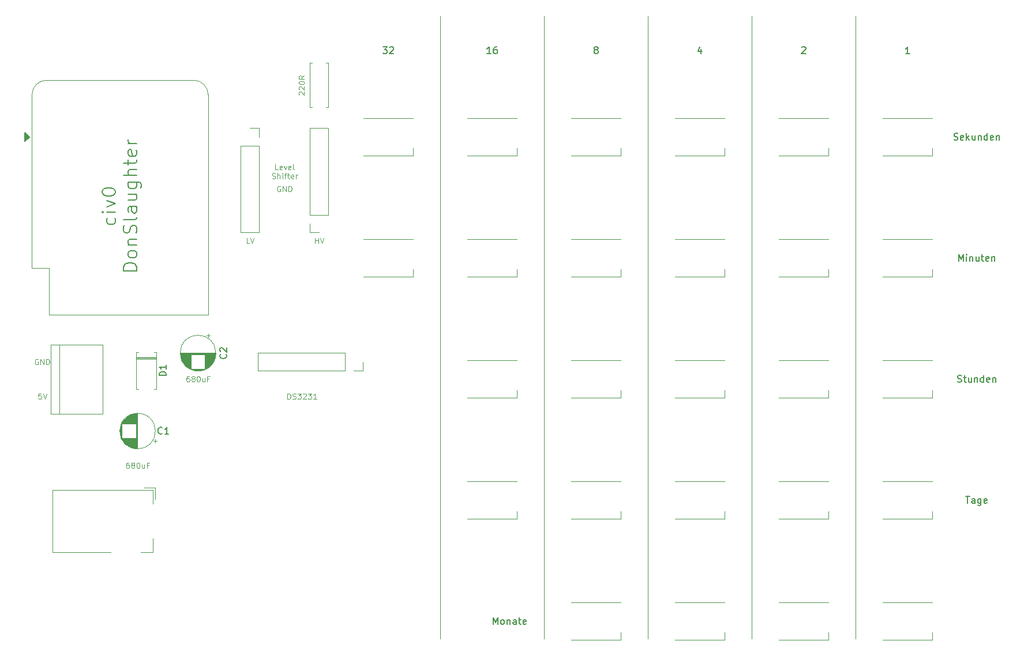
<source format=gto>
%TF.GenerationSoftware,KiCad,Pcbnew,5.1.10*%
%TF.CreationDate,2021-10-31T13:45:51+01:00*%
%TF.ProjectId,binaryclock,62696e61-7279-4636-9c6f-636b2e6b6963,rev?*%
%TF.SameCoordinates,Original*%
%TF.FileFunction,Legend,Top*%
%TF.FilePolarity,Positive*%
%FSLAX46Y46*%
G04 Gerber Fmt 4.6, Leading zero omitted, Abs format (unit mm)*
G04 Created by KiCad (PCBNEW 5.1.10) date 2021-10-31 13:45:51*
%MOMM*%
%LPD*%
G01*
G04 APERTURE LIST*
%ADD10C,0.100000*%
%ADD11C,0.150000*%
%ADD12C,0.120000*%
%ADD13O,1.700000X1.700000*%
%ADD14C,1.700000*%
%ADD15C,1.600000*%
%ADD16R,1.600000X1.600000*%
%ADD17R,1.800000X1.800000*%
%ADD18O,1.800000X1.800000*%
%ADD19R,1.500000X1.000000*%
%ADD20O,4.000000X1.800000*%
%ADD21O,1.800000X4.000000*%
%ADD22R,1.800000X4.400000*%
%ADD23C,3.000000*%
%ADD24R,3.000000X3.000000*%
%ADD25O,1.600000X1.600000*%
%ADD26O,2.000000X1.600000*%
%ADD27R,2.000000X2.000000*%
G04 APERTURE END LIST*
D10*
X50820601Y-101161904D02*
X50668220Y-101161904D01*
X50592029Y-101200000D01*
X50553934Y-101238095D01*
X50477744Y-101352380D01*
X50439648Y-101504761D01*
X50439648Y-101809523D01*
X50477744Y-101885714D01*
X50515839Y-101923809D01*
X50592029Y-101961904D01*
X50744410Y-101961904D01*
X50820601Y-101923809D01*
X50858696Y-101885714D01*
X50896791Y-101809523D01*
X50896791Y-101619047D01*
X50858696Y-101542857D01*
X50820601Y-101504761D01*
X50744410Y-101466666D01*
X50592029Y-101466666D01*
X50515839Y-101504761D01*
X50477744Y-101542857D01*
X50439648Y-101619047D01*
X51353934Y-101504761D02*
X51277744Y-101466666D01*
X51239648Y-101428571D01*
X51201553Y-101352380D01*
X51201553Y-101314285D01*
X51239648Y-101238095D01*
X51277744Y-101200000D01*
X51353934Y-101161904D01*
X51506315Y-101161904D01*
X51582506Y-101200000D01*
X51620601Y-101238095D01*
X51658696Y-101314285D01*
X51658696Y-101352380D01*
X51620601Y-101428571D01*
X51582506Y-101466666D01*
X51506315Y-101504761D01*
X51353934Y-101504761D01*
X51277744Y-101542857D01*
X51239648Y-101580952D01*
X51201553Y-101657142D01*
X51201553Y-101809523D01*
X51239648Y-101885714D01*
X51277744Y-101923809D01*
X51353934Y-101961904D01*
X51506315Y-101961904D01*
X51582506Y-101923809D01*
X51620601Y-101885714D01*
X51658696Y-101809523D01*
X51658696Y-101657142D01*
X51620601Y-101580952D01*
X51582506Y-101542857D01*
X51506315Y-101504761D01*
X52153934Y-101161904D02*
X52230125Y-101161904D01*
X52306315Y-101200000D01*
X52344410Y-101238095D01*
X52382506Y-101314285D01*
X52420601Y-101466666D01*
X52420601Y-101657142D01*
X52382506Y-101809523D01*
X52344410Y-101885714D01*
X52306315Y-101923809D01*
X52230125Y-101961904D01*
X52153934Y-101961904D01*
X52077744Y-101923809D01*
X52039648Y-101885714D01*
X52001553Y-101809523D01*
X51963458Y-101657142D01*
X51963458Y-101466666D01*
X52001553Y-101314285D01*
X52039648Y-101238095D01*
X52077744Y-101200000D01*
X52153934Y-101161904D01*
X53106315Y-101428571D02*
X53106315Y-101961904D01*
X52763458Y-101428571D02*
X52763458Y-101847619D01*
X52801553Y-101923809D01*
X52877744Y-101961904D01*
X52992029Y-101961904D01*
X53068220Y-101923809D01*
X53106315Y-101885714D01*
X53753934Y-101542857D02*
X53487267Y-101542857D01*
X53487267Y-101961904D02*
X53487267Y-101161904D01*
X53868220Y-101161904D01*
X59645714Y-88461904D02*
X59493333Y-88461904D01*
X59417142Y-88500000D01*
X59379047Y-88538095D01*
X59302857Y-88652380D01*
X59264761Y-88804761D01*
X59264761Y-89109523D01*
X59302857Y-89185714D01*
X59340952Y-89223809D01*
X59417142Y-89261904D01*
X59569523Y-89261904D01*
X59645714Y-89223809D01*
X59683809Y-89185714D01*
X59721904Y-89109523D01*
X59721904Y-88919047D01*
X59683809Y-88842857D01*
X59645714Y-88804761D01*
X59569523Y-88766666D01*
X59417142Y-88766666D01*
X59340952Y-88804761D01*
X59302857Y-88842857D01*
X59264761Y-88919047D01*
X60179047Y-88804761D02*
X60102857Y-88766666D01*
X60064761Y-88728571D01*
X60026666Y-88652380D01*
X60026666Y-88614285D01*
X60064761Y-88538095D01*
X60102857Y-88500000D01*
X60179047Y-88461904D01*
X60331428Y-88461904D01*
X60407619Y-88500000D01*
X60445714Y-88538095D01*
X60483809Y-88614285D01*
X60483809Y-88652380D01*
X60445714Y-88728571D01*
X60407619Y-88766666D01*
X60331428Y-88804761D01*
X60179047Y-88804761D01*
X60102857Y-88842857D01*
X60064761Y-88880952D01*
X60026666Y-88957142D01*
X60026666Y-89109523D01*
X60064761Y-89185714D01*
X60102857Y-89223809D01*
X60179047Y-89261904D01*
X60331428Y-89261904D01*
X60407619Y-89223809D01*
X60445714Y-89185714D01*
X60483809Y-89109523D01*
X60483809Y-88957142D01*
X60445714Y-88880952D01*
X60407619Y-88842857D01*
X60331428Y-88804761D01*
X60979047Y-88461904D02*
X61055238Y-88461904D01*
X61131428Y-88500000D01*
X61169523Y-88538095D01*
X61207619Y-88614285D01*
X61245714Y-88766666D01*
X61245714Y-88957142D01*
X61207619Y-89109523D01*
X61169523Y-89185714D01*
X61131428Y-89223809D01*
X61055238Y-89261904D01*
X60979047Y-89261904D01*
X60902857Y-89223809D01*
X60864761Y-89185714D01*
X60826666Y-89109523D01*
X60788571Y-88957142D01*
X60788571Y-88766666D01*
X60826666Y-88614285D01*
X60864761Y-88538095D01*
X60902857Y-88500000D01*
X60979047Y-88461904D01*
X61931428Y-88728571D02*
X61931428Y-89261904D01*
X61588571Y-88728571D02*
X61588571Y-89147619D01*
X61626666Y-89223809D01*
X61702857Y-89261904D01*
X61817142Y-89261904D01*
X61893333Y-89223809D01*
X61931428Y-89185714D01*
X62579047Y-88842857D02*
X62312380Y-88842857D01*
X62312380Y-89261904D02*
X62312380Y-88461904D01*
X62693333Y-88461904D01*
X75838095Y-47110476D02*
X75800000Y-47072380D01*
X75761904Y-46996190D01*
X75761904Y-46805714D01*
X75800000Y-46729523D01*
X75838095Y-46691428D01*
X75914285Y-46653333D01*
X75990476Y-46653333D01*
X76104761Y-46691428D01*
X76561904Y-47148571D01*
X76561904Y-46653333D01*
X75838095Y-46348571D02*
X75800000Y-46310476D01*
X75761904Y-46234285D01*
X75761904Y-46043809D01*
X75800000Y-45967619D01*
X75838095Y-45929523D01*
X75914285Y-45891428D01*
X75990476Y-45891428D01*
X76104761Y-45929523D01*
X76561904Y-46386666D01*
X76561904Y-45891428D01*
X75761904Y-45396190D02*
X75761904Y-45320000D01*
X75800000Y-45243809D01*
X75838095Y-45205714D01*
X75914285Y-45167619D01*
X76066666Y-45129523D01*
X76257142Y-45129523D01*
X76409523Y-45167619D01*
X76485714Y-45205714D01*
X76523809Y-45243809D01*
X76561904Y-45320000D01*
X76561904Y-45396190D01*
X76523809Y-45472380D01*
X76485714Y-45510476D01*
X76409523Y-45548571D01*
X76257142Y-45586666D01*
X76066666Y-45586666D01*
X75914285Y-45548571D01*
X75838095Y-45510476D01*
X75800000Y-45472380D01*
X75761904Y-45396190D01*
X76561904Y-44329523D02*
X76180952Y-44596190D01*
X76561904Y-44786666D02*
X75761904Y-44786666D01*
X75761904Y-44481904D01*
X75800000Y-44405714D01*
X75838095Y-44367619D01*
X75914285Y-44329523D01*
X76028571Y-44329523D01*
X76104761Y-44367619D01*
X76142857Y-44405714D01*
X76180952Y-44481904D01*
X76180952Y-44786666D01*
X37490476Y-85960000D02*
X37414285Y-85921904D01*
X37300000Y-85921904D01*
X37185714Y-85960000D01*
X37109523Y-86036190D01*
X37071428Y-86112380D01*
X37033333Y-86264761D01*
X37033333Y-86379047D01*
X37071428Y-86531428D01*
X37109523Y-86607619D01*
X37185714Y-86683809D01*
X37300000Y-86721904D01*
X37376190Y-86721904D01*
X37490476Y-86683809D01*
X37528571Y-86645714D01*
X37528571Y-86379047D01*
X37376190Y-86379047D01*
X37871428Y-86721904D02*
X37871428Y-85921904D01*
X38328571Y-86721904D01*
X38328571Y-85921904D01*
X38709523Y-86721904D02*
X38709523Y-85921904D01*
X38900000Y-85921904D01*
X39014285Y-85960000D01*
X39090476Y-86036190D01*
X39128571Y-86112380D01*
X39166666Y-86264761D01*
X39166666Y-86379047D01*
X39128571Y-86531428D01*
X39090476Y-86607619D01*
X39014285Y-86683809D01*
X38900000Y-86721904D01*
X38709523Y-86721904D01*
X37947619Y-91001904D02*
X37566666Y-91001904D01*
X37528571Y-91382857D01*
X37566666Y-91344761D01*
X37642857Y-91306666D01*
X37833333Y-91306666D01*
X37909523Y-91344761D01*
X37947619Y-91382857D01*
X37985714Y-91459047D01*
X37985714Y-91649523D01*
X37947619Y-91725714D01*
X37909523Y-91763809D01*
X37833333Y-91801904D01*
X37642857Y-91801904D01*
X37566666Y-91763809D01*
X37528571Y-91725714D01*
X38214285Y-91001904D02*
X38480952Y-91801904D01*
X38747619Y-91001904D01*
X73050476Y-60560000D02*
X72974285Y-60521904D01*
X72860000Y-60521904D01*
X72745714Y-60560000D01*
X72669523Y-60636190D01*
X72631428Y-60712380D01*
X72593333Y-60864761D01*
X72593333Y-60979047D01*
X72631428Y-61131428D01*
X72669523Y-61207619D01*
X72745714Y-61283809D01*
X72860000Y-61321904D01*
X72936190Y-61321904D01*
X73050476Y-61283809D01*
X73088571Y-61245714D01*
X73088571Y-60979047D01*
X72936190Y-60979047D01*
X73431428Y-61321904D02*
X73431428Y-60521904D01*
X73888571Y-61321904D01*
X73888571Y-60521904D01*
X74269523Y-61321904D02*
X74269523Y-60521904D01*
X74460000Y-60521904D01*
X74574285Y-60560000D01*
X74650476Y-60636190D01*
X74688571Y-60712380D01*
X74726666Y-60864761D01*
X74726666Y-60979047D01*
X74688571Y-61131428D01*
X74650476Y-61207619D01*
X74574285Y-61283809D01*
X74460000Y-61321904D01*
X74269523Y-61321904D01*
X78168571Y-68941904D02*
X78168571Y-68141904D01*
X78168571Y-68522857D02*
X78625714Y-68522857D01*
X78625714Y-68941904D02*
X78625714Y-68141904D01*
X78892380Y-68141904D02*
X79159047Y-68941904D01*
X79425714Y-68141904D01*
X68484761Y-68941904D02*
X68103809Y-68941904D01*
X68103809Y-68141904D01*
X68637142Y-68141904D02*
X68903809Y-68941904D01*
X69170476Y-68141904D01*
X72707619Y-58131904D02*
X72326666Y-58131904D01*
X72326666Y-57331904D01*
X73279047Y-58093809D02*
X73202857Y-58131904D01*
X73050476Y-58131904D01*
X72974285Y-58093809D01*
X72936190Y-58017619D01*
X72936190Y-57712857D01*
X72974285Y-57636666D01*
X73050476Y-57598571D01*
X73202857Y-57598571D01*
X73279047Y-57636666D01*
X73317142Y-57712857D01*
X73317142Y-57789047D01*
X72936190Y-57865238D01*
X73583809Y-57598571D02*
X73774285Y-58131904D01*
X73964761Y-57598571D01*
X74574285Y-58093809D02*
X74498095Y-58131904D01*
X74345714Y-58131904D01*
X74269523Y-58093809D01*
X74231428Y-58017619D01*
X74231428Y-57712857D01*
X74269523Y-57636666D01*
X74345714Y-57598571D01*
X74498095Y-57598571D01*
X74574285Y-57636666D01*
X74612380Y-57712857D01*
X74612380Y-57789047D01*
X74231428Y-57865238D01*
X75069523Y-58131904D02*
X74993333Y-58093809D01*
X74955238Y-58017619D01*
X74955238Y-57331904D01*
X71831428Y-59393809D02*
X71945714Y-59431904D01*
X72136190Y-59431904D01*
X72212380Y-59393809D01*
X72250476Y-59355714D01*
X72288571Y-59279523D01*
X72288571Y-59203333D01*
X72250476Y-59127142D01*
X72212380Y-59089047D01*
X72136190Y-59050952D01*
X71983809Y-59012857D01*
X71907619Y-58974761D01*
X71869523Y-58936666D01*
X71831428Y-58860476D01*
X71831428Y-58784285D01*
X71869523Y-58708095D01*
X71907619Y-58670000D01*
X71983809Y-58631904D01*
X72174285Y-58631904D01*
X72288571Y-58670000D01*
X72631428Y-59431904D02*
X72631428Y-58631904D01*
X72974285Y-59431904D02*
X72974285Y-59012857D01*
X72936190Y-58936666D01*
X72860000Y-58898571D01*
X72745714Y-58898571D01*
X72669523Y-58936666D01*
X72631428Y-58974761D01*
X73355238Y-59431904D02*
X73355238Y-58898571D01*
X73355238Y-58631904D02*
X73317142Y-58670000D01*
X73355238Y-58708095D01*
X73393333Y-58670000D01*
X73355238Y-58631904D01*
X73355238Y-58708095D01*
X73621904Y-58898571D02*
X73926666Y-58898571D01*
X73736190Y-59431904D02*
X73736190Y-58746190D01*
X73774285Y-58670000D01*
X73850476Y-58631904D01*
X73926666Y-58631904D01*
X74079047Y-58898571D02*
X74383809Y-58898571D01*
X74193333Y-58631904D02*
X74193333Y-59317619D01*
X74231428Y-59393809D01*
X74307619Y-59431904D01*
X74383809Y-59431904D01*
X74955238Y-59393809D02*
X74879047Y-59431904D01*
X74726666Y-59431904D01*
X74650476Y-59393809D01*
X74612380Y-59317619D01*
X74612380Y-59012857D01*
X74650476Y-58936666D01*
X74726666Y-58898571D01*
X74879047Y-58898571D01*
X74955238Y-58936666D01*
X74993333Y-59012857D01*
X74993333Y-59089047D01*
X74612380Y-59165238D01*
X75336190Y-59431904D02*
X75336190Y-58898571D01*
X75336190Y-59050952D02*
X75374285Y-58974761D01*
X75412380Y-58936666D01*
X75488571Y-58898571D01*
X75564761Y-58898571D01*
X74085714Y-91801904D02*
X74085714Y-91001904D01*
X74276190Y-91001904D01*
X74390476Y-91040000D01*
X74466666Y-91116190D01*
X74504761Y-91192380D01*
X74542857Y-91344761D01*
X74542857Y-91459047D01*
X74504761Y-91611428D01*
X74466666Y-91687619D01*
X74390476Y-91763809D01*
X74276190Y-91801904D01*
X74085714Y-91801904D01*
X74847619Y-91763809D02*
X74961904Y-91801904D01*
X75152380Y-91801904D01*
X75228571Y-91763809D01*
X75266666Y-91725714D01*
X75304761Y-91649523D01*
X75304761Y-91573333D01*
X75266666Y-91497142D01*
X75228571Y-91459047D01*
X75152380Y-91420952D01*
X75000000Y-91382857D01*
X74923809Y-91344761D01*
X74885714Y-91306666D01*
X74847619Y-91230476D01*
X74847619Y-91154285D01*
X74885714Y-91078095D01*
X74923809Y-91040000D01*
X75000000Y-91001904D01*
X75190476Y-91001904D01*
X75304761Y-91040000D01*
X75571428Y-91001904D02*
X76066666Y-91001904D01*
X75800000Y-91306666D01*
X75914285Y-91306666D01*
X75990476Y-91344761D01*
X76028571Y-91382857D01*
X76066666Y-91459047D01*
X76066666Y-91649523D01*
X76028571Y-91725714D01*
X75990476Y-91763809D01*
X75914285Y-91801904D01*
X75685714Y-91801904D01*
X75609523Y-91763809D01*
X75571428Y-91725714D01*
X76371428Y-91078095D02*
X76409523Y-91040000D01*
X76485714Y-91001904D01*
X76676190Y-91001904D01*
X76752380Y-91040000D01*
X76790476Y-91078095D01*
X76828571Y-91154285D01*
X76828571Y-91230476D01*
X76790476Y-91344761D01*
X76333333Y-91801904D01*
X76828571Y-91801904D01*
X77095238Y-91001904D02*
X77590476Y-91001904D01*
X77323809Y-91306666D01*
X77438095Y-91306666D01*
X77514285Y-91344761D01*
X77552380Y-91382857D01*
X77590476Y-91459047D01*
X77590476Y-91649523D01*
X77552380Y-91725714D01*
X77514285Y-91763809D01*
X77438095Y-91801904D01*
X77209523Y-91801904D01*
X77133333Y-91763809D01*
X77095238Y-91725714D01*
X78352380Y-91801904D02*
X77895238Y-91801904D01*
X78123809Y-91801904D02*
X78123809Y-91001904D01*
X78047619Y-91116190D01*
X77971428Y-91192380D01*
X77895238Y-91230476D01*
D11*
X48764523Y-65214285D02*
X48859761Y-65404761D01*
X48859761Y-65785714D01*
X48764523Y-65976190D01*
X48669285Y-66071428D01*
X48478809Y-66166666D01*
X47907380Y-66166666D01*
X47716904Y-66071428D01*
X47621666Y-65976190D01*
X47526428Y-65785714D01*
X47526428Y-65404761D01*
X47621666Y-65214285D01*
X48859761Y-64357142D02*
X47526428Y-64357142D01*
X46859761Y-64357142D02*
X46955000Y-64452380D01*
X47050238Y-64357142D01*
X46955000Y-64261904D01*
X46859761Y-64357142D01*
X47050238Y-64357142D01*
X47526428Y-63595238D02*
X48859761Y-63119047D01*
X47526428Y-62642857D01*
X46859761Y-61500000D02*
X46859761Y-61309523D01*
X46955000Y-61119047D01*
X47050238Y-61023809D01*
X47240714Y-60928571D01*
X47621666Y-60833333D01*
X48097857Y-60833333D01*
X48478809Y-60928571D01*
X48669285Y-61023809D01*
X48764523Y-61119047D01*
X48859761Y-61309523D01*
X48859761Y-61500000D01*
X48764523Y-61690476D01*
X48669285Y-61785714D01*
X48478809Y-61880952D01*
X48097857Y-61976190D01*
X47621666Y-61976190D01*
X47240714Y-61880952D01*
X47050238Y-61785714D01*
X46955000Y-61690476D01*
X46859761Y-61500000D01*
X52009761Y-72976190D02*
X50009761Y-72976190D01*
X50009761Y-72500000D01*
X50105000Y-72214285D01*
X50295476Y-72023809D01*
X50485952Y-71928571D01*
X50866904Y-71833333D01*
X51152619Y-71833333D01*
X51533571Y-71928571D01*
X51724047Y-72023809D01*
X51914523Y-72214285D01*
X52009761Y-72500000D01*
X52009761Y-72976190D01*
X52009761Y-70690476D02*
X51914523Y-70880952D01*
X51819285Y-70976190D01*
X51628809Y-71071428D01*
X51057380Y-71071428D01*
X50866904Y-70976190D01*
X50771666Y-70880952D01*
X50676428Y-70690476D01*
X50676428Y-70404761D01*
X50771666Y-70214285D01*
X50866904Y-70119047D01*
X51057380Y-70023809D01*
X51628809Y-70023809D01*
X51819285Y-70119047D01*
X51914523Y-70214285D01*
X52009761Y-70404761D01*
X52009761Y-70690476D01*
X50676428Y-69166666D02*
X52009761Y-69166666D01*
X50866904Y-69166666D02*
X50771666Y-69071428D01*
X50676428Y-68880952D01*
X50676428Y-68595238D01*
X50771666Y-68404761D01*
X50962142Y-68309523D01*
X52009761Y-68309523D01*
X51914523Y-67452380D02*
X52009761Y-67166666D01*
X52009761Y-66690476D01*
X51914523Y-66500000D01*
X51819285Y-66404761D01*
X51628809Y-66309523D01*
X51438333Y-66309523D01*
X51247857Y-66404761D01*
X51152619Y-66500000D01*
X51057380Y-66690476D01*
X50962142Y-67071428D01*
X50866904Y-67261904D01*
X50771666Y-67357142D01*
X50581190Y-67452380D01*
X50390714Y-67452380D01*
X50200238Y-67357142D01*
X50105000Y-67261904D01*
X50009761Y-67071428D01*
X50009761Y-66595238D01*
X50105000Y-66309523D01*
X52009761Y-65166666D02*
X51914523Y-65357142D01*
X51724047Y-65452380D01*
X50009761Y-65452380D01*
X52009761Y-63547619D02*
X50962142Y-63547619D01*
X50771666Y-63642857D01*
X50676428Y-63833333D01*
X50676428Y-64214285D01*
X50771666Y-64404761D01*
X51914523Y-63547619D02*
X52009761Y-63738095D01*
X52009761Y-64214285D01*
X51914523Y-64404761D01*
X51724047Y-64500000D01*
X51533571Y-64500000D01*
X51343095Y-64404761D01*
X51247857Y-64214285D01*
X51247857Y-63738095D01*
X51152619Y-63547619D01*
X50676428Y-61738095D02*
X52009761Y-61738095D01*
X50676428Y-62595238D02*
X51724047Y-62595238D01*
X51914523Y-62500000D01*
X52009761Y-62309523D01*
X52009761Y-62023809D01*
X51914523Y-61833333D01*
X51819285Y-61738095D01*
X50676428Y-59928571D02*
X52295476Y-59928571D01*
X52485952Y-60023809D01*
X52581190Y-60119047D01*
X52676428Y-60309523D01*
X52676428Y-60595238D01*
X52581190Y-60785714D01*
X51914523Y-59928571D02*
X52009761Y-60119047D01*
X52009761Y-60500000D01*
X51914523Y-60690476D01*
X51819285Y-60785714D01*
X51628809Y-60880952D01*
X51057380Y-60880952D01*
X50866904Y-60785714D01*
X50771666Y-60690476D01*
X50676428Y-60500000D01*
X50676428Y-60119047D01*
X50771666Y-59928571D01*
X52009761Y-58976190D02*
X50009761Y-58976190D01*
X52009761Y-58119047D02*
X50962142Y-58119047D01*
X50771666Y-58214285D01*
X50676428Y-58404761D01*
X50676428Y-58690476D01*
X50771666Y-58880952D01*
X50866904Y-58976190D01*
X50676428Y-57452380D02*
X50676428Y-56690476D01*
X50009761Y-57166666D02*
X51724047Y-57166666D01*
X51914523Y-57071428D01*
X52009761Y-56880952D01*
X52009761Y-56690476D01*
X51914523Y-55261904D02*
X52009761Y-55452380D01*
X52009761Y-55833333D01*
X51914523Y-56023809D01*
X51724047Y-56119047D01*
X50962142Y-56119047D01*
X50771666Y-56023809D01*
X50676428Y-55833333D01*
X50676428Y-55452380D01*
X50771666Y-55261904D01*
X50962142Y-55166666D01*
X51152619Y-55166666D01*
X51343095Y-56119047D01*
X52009761Y-54309523D02*
X50676428Y-54309523D01*
X51057380Y-54309523D02*
X50866904Y-54214285D01*
X50771666Y-54119047D01*
X50676428Y-53928571D01*
X50676428Y-53738095D01*
X88090476Y-40092380D02*
X88709523Y-40092380D01*
X88376190Y-40473333D01*
X88519047Y-40473333D01*
X88614285Y-40520952D01*
X88661904Y-40568571D01*
X88709523Y-40663809D01*
X88709523Y-40901904D01*
X88661904Y-40997142D01*
X88614285Y-41044761D01*
X88519047Y-41092380D01*
X88233333Y-41092380D01*
X88138095Y-41044761D01*
X88090476Y-40997142D01*
X89090476Y-40187619D02*
X89138095Y-40140000D01*
X89233333Y-40092380D01*
X89471428Y-40092380D01*
X89566666Y-40140000D01*
X89614285Y-40187619D01*
X89661904Y-40282857D01*
X89661904Y-40378095D01*
X89614285Y-40520952D01*
X89042857Y-41092380D01*
X89661904Y-41092380D01*
X103949523Y-41092380D02*
X103378095Y-41092380D01*
X103663809Y-41092380D02*
X103663809Y-40092380D01*
X103568571Y-40235238D01*
X103473333Y-40330476D01*
X103378095Y-40378095D01*
X104806666Y-40092380D02*
X104616190Y-40092380D01*
X104520952Y-40140000D01*
X104473333Y-40187619D01*
X104378095Y-40330476D01*
X104330476Y-40520952D01*
X104330476Y-40901904D01*
X104378095Y-40997142D01*
X104425714Y-41044761D01*
X104520952Y-41092380D01*
X104711428Y-41092380D01*
X104806666Y-41044761D01*
X104854285Y-40997142D01*
X104901904Y-40901904D01*
X104901904Y-40663809D01*
X104854285Y-40568571D01*
X104806666Y-40520952D01*
X104711428Y-40473333D01*
X104520952Y-40473333D01*
X104425714Y-40520952D01*
X104378095Y-40568571D01*
X104330476Y-40663809D01*
X119284761Y-40520952D02*
X119189523Y-40473333D01*
X119141904Y-40425714D01*
X119094285Y-40330476D01*
X119094285Y-40282857D01*
X119141904Y-40187619D01*
X119189523Y-40140000D01*
X119284761Y-40092380D01*
X119475238Y-40092380D01*
X119570476Y-40140000D01*
X119618095Y-40187619D01*
X119665714Y-40282857D01*
X119665714Y-40330476D01*
X119618095Y-40425714D01*
X119570476Y-40473333D01*
X119475238Y-40520952D01*
X119284761Y-40520952D01*
X119189523Y-40568571D01*
X119141904Y-40616190D01*
X119094285Y-40711428D01*
X119094285Y-40901904D01*
X119141904Y-40997142D01*
X119189523Y-41044761D01*
X119284761Y-41092380D01*
X119475238Y-41092380D01*
X119570476Y-41044761D01*
X119618095Y-40997142D01*
X119665714Y-40901904D01*
X119665714Y-40711428D01*
X119618095Y-40616190D01*
X119570476Y-40568571D01*
X119475238Y-40520952D01*
X134810476Y-40425714D02*
X134810476Y-41092380D01*
X134572380Y-40044761D02*
X134334285Y-40759047D01*
X134953333Y-40759047D01*
X149574285Y-40187619D02*
X149621904Y-40140000D01*
X149717142Y-40092380D01*
X149955238Y-40092380D01*
X150050476Y-40140000D01*
X150098095Y-40187619D01*
X150145714Y-40282857D01*
X150145714Y-40378095D01*
X150098095Y-40520952D01*
X149526666Y-41092380D01*
X150145714Y-41092380D01*
X165385714Y-41092380D02*
X164814285Y-41092380D01*
X165100000Y-41092380D02*
X165100000Y-40092380D01*
X165004761Y-40235238D01*
X164909523Y-40330476D01*
X164814285Y-40378095D01*
D12*
X96520000Y-35560000D02*
X96520000Y-127000000D01*
X111760000Y-35560000D02*
X111760000Y-127000000D01*
X127000000Y-35560000D02*
X127000000Y-43180000D01*
X142240000Y-43180000D02*
X142240000Y-35560000D01*
X157480000Y-43180000D02*
X157480000Y-35560000D01*
X127000000Y-127000000D02*
X127000000Y-43180000D01*
X142240000Y-43180000D02*
X142240000Y-127000000D01*
X157480000Y-127000000D02*
X157480000Y-43180000D01*
D11*
X104275238Y-124912380D02*
X104275238Y-123912380D01*
X104608571Y-124626666D01*
X104941904Y-123912380D01*
X104941904Y-124912380D01*
X105560952Y-124912380D02*
X105465714Y-124864761D01*
X105418095Y-124817142D01*
X105370476Y-124721904D01*
X105370476Y-124436190D01*
X105418095Y-124340952D01*
X105465714Y-124293333D01*
X105560952Y-124245714D01*
X105703809Y-124245714D01*
X105799047Y-124293333D01*
X105846666Y-124340952D01*
X105894285Y-124436190D01*
X105894285Y-124721904D01*
X105846666Y-124817142D01*
X105799047Y-124864761D01*
X105703809Y-124912380D01*
X105560952Y-124912380D01*
X106322857Y-124245714D02*
X106322857Y-124912380D01*
X106322857Y-124340952D02*
X106370476Y-124293333D01*
X106465714Y-124245714D01*
X106608571Y-124245714D01*
X106703809Y-124293333D01*
X106751428Y-124388571D01*
X106751428Y-124912380D01*
X107656190Y-124912380D02*
X107656190Y-124388571D01*
X107608571Y-124293333D01*
X107513333Y-124245714D01*
X107322857Y-124245714D01*
X107227619Y-124293333D01*
X107656190Y-124864761D02*
X107560952Y-124912380D01*
X107322857Y-124912380D01*
X107227619Y-124864761D01*
X107180000Y-124769523D01*
X107180000Y-124674285D01*
X107227619Y-124579047D01*
X107322857Y-124531428D01*
X107560952Y-124531428D01*
X107656190Y-124483809D01*
X107989523Y-124245714D02*
X108370476Y-124245714D01*
X108132380Y-123912380D02*
X108132380Y-124769523D01*
X108180000Y-124864761D01*
X108275238Y-124912380D01*
X108370476Y-124912380D01*
X109084761Y-124864761D02*
X108989523Y-124912380D01*
X108799047Y-124912380D01*
X108703809Y-124864761D01*
X108656190Y-124769523D01*
X108656190Y-124388571D01*
X108703809Y-124293333D01*
X108799047Y-124245714D01*
X108989523Y-124245714D01*
X109084761Y-124293333D01*
X109132380Y-124388571D01*
X109132380Y-124483809D01*
X108656190Y-124579047D01*
X173640952Y-106132380D02*
X174212380Y-106132380D01*
X173926666Y-107132380D02*
X173926666Y-106132380D01*
X174974285Y-107132380D02*
X174974285Y-106608571D01*
X174926666Y-106513333D01*
X174831428Y-106465714D01*
X174640952Y-106465714D01*
X174545714Y-106513333D01*
X174974285Y-107084761D02*
X174879047Y-107132380D01*
X174640952Y-107132380D01*
X174545714Y-107084761D01*
X174498095Y-106989523D01*
X174498095Y-106894285D01*
X174545714Y-106799047D01*
X174640952Y-106751428D01*
X174879047Y-106751428D01*
X174974285Y-106703809D01*
X175879047Y-106465714D02*
X175879047Y-107275238D01*
X175831428Y-107370476D01*
X175783809Y-107418095D01*
X175688571Y-107465714D01*
X175545714Y-107465714D01*
X175450476Y-107418095D01*
X175879047Y-107084761D02*
X175783809Y-107132380D01*
X175593333Y-107132380D01*
X175498095Y-107084761D01*
X175450476Y-107037142D01*
X175402857Y-106941904D01*
X175402857Y-106656190D01*
X175450476Y-106560952D01*
X175498095Y-106513333D01*
X175593333Y-106465714D01*
X175783809Y-106465714D01*
X175879047Y-106513333D01*
X176736190Y-107084761D02*
X176640952Y-107132380D01*
X176450476Y-107132380D01*
X176355238Y-107084761D01*
X176307619Y-106989523D01*
X176307619Y-106608571D01*
X176355238Y-106513333D01*
X176450476Y-106465714D01*
X176640952Y-106465714D01*
X176736190Y-106513333D01*
X176783809Y-106608571D01*
X176783809Y-106703809D01*
X176307619Y-106799047D01*
X172450476Y-89304761D02*
X172593333Y-89352380D01*
X172831428Y-89352380D01*
X172926666Y-89304761D01*
X172974285Y-89257142D01*
X173021904Y-89161904D01*
X173021904Y-89066666D01*
X172974285Y-88971428D01*
X172926666Y-88923809D01*
X172831428Y-88876190D01*
X172640952Y-88828571D01*
X172545714Y-88780952D01*
X172498095Y-88733333D01*
X172450476Y-88638095D01*
X172450476Y-88542857D01*
X172498095Y-88447619D01*
X172545714Y-88400000D01*
X172640952Y-88352380D01*
X172879047Y-88352380D01*
X173021904Y-88400000D01*
X173307619Y-88685714D02*
X173688571Y-88685714D01*
X173450476Y-88352380D02*
X173450476Y-89209523D01*
X173498095Y-89304761D01*
X173593333Y-89352380D01*
X173688571Y-89352380D01*
X174450476Y-88685714D02*
X174450476Y-89352380D01*
X174021904Y-88685714D02*
X174021904Y-89209523D01*
X174069523Y-89304761D01*
X174164761Y-89352380D01*
X174307619Y-89352380D01*
X174402857Y-89304761D01*
X174450476Y-89257142D01*
X174926666Y-88685714D02*
X174926666Y-89352380D01*
X174926666Y-88780952D02*
X174974285Y-88733333D01*
X175069523Y-88685714D01*
X175212380Y-88685714D01*
X175307619Y-88733333D01*
X175355238Y-88828571D01*
X175355238Y-89352380D01*
X176260000Y-89352380D02*
X176260000Y-88352380D01*
X176260000Y-89304761D02*
X176164761Y-89352380D01*
X175974285Y-89352380D01*
X175879047Y-89304761D01*
X175831428Y-89257142D01*
X175783809Y-89161904D01*
X175783809Y-88876190D01*
X175831428Y-88780952D01*
X175879047Y-88733333D01*
X175974285Y-88685714D01*
X176164761Y-88685714D01*
X176260000Y-88733333D01*
X177117142Y-89304761D02*
X177021904Y-89352380D01*
X176831428Y-89352380D01*
X176736190Y-89304761D01*
X176688571Y-89209523D01*
X176688571Y-88828571D01*
X176736190Y-88733333D01*
X176831428Y-88685714D01*
X177021904Y-88685714D01*
X177117142Y-88733333D01*
X177164761Y-88828571D01*
X177164761Y-88923809D01*
X176688571Y-89019047D01*
X177593333Y-88685714D02*
X177593333Y-89352380D01*
X177593333Y-88780952D02*
X177640952Y-88733333D01*
X177736190Y-88685714D01*
X177879047Y-88685714D01*
X177974285Y-88733333D01*
X178021904Y-88828571D01*
X178021904Y-89352380D01*
X172617142Y-71572380D02*
X172617142Y-70572380D01*
X172950476Y-71286666D01*
X173283809Y-70572380D01*
X173283809Y-71572380D01*
X173760000Y-71572380D02*
X173760000Y-70905714D01*
X173760000Y-70572380D02*
X173712380Y-70620000D01*
X173760000Y-70667619D01*
X173807619Y-70620000D01*
X173760000Y-70572380D01*
X173760000Y-70667619D01*
X174236190Y-70905714D02*
X174236190Y-71572380D01*
X174236190Y-71000952D02*
X174283809Y-70953333D01*
X174379047Y-70905714D01*
X174521904Y-70905714D01*
X174617142Y-70953333D01*
X174664761Y-71048571D01*
X174664761Y-71572380D01*
X175569523Y-70905714D02*
X175569523Y-71572380D01*
X175140952Y-70905714D02*
X175140952Y-71429523D01*
X175188571Y-71524761D01*
X175283809Y-71572380D01*
X175426666Y-71572380D01*
X175521904Y-71524761D01*
X175569523Y-71477142D01*
X175902857Y-70905714D02*
X176283809Y-70905714D01*
X176045714Y-70572380D02*
X176045714Y-71429523D01*
X176093333Y-71524761D01*
X176188571Y-71572380D01*
X176283809Y-71572380D01*
X176998095Y-71524761D02*
X176902857Y-71572380D01*
X176712380Y-71572380D01*
X176617142Y-71524761D01*
X176569523Y-71429523D01*
X176569523Y-71048571D01*
X176617142Y-70953333D01*
X176712380Y-70905714D01*
X176902857Y-70905714D01*
X176998095Y-70953333D01*
X177045714Y-71048571D01*
X177045714Y-71143809D01*
X176569523Y-71239047D01*
X177474285Y-70905714D02*
X177474285Y-71572380D01*
X177474285Y-71000952D02*
X177521904Y-70953333D01*
X177617142Y-70905714D01*
X177760000Y-70905714D01*
X177855238Y-70953333D01*
X177902857Y-71048571D01*
X177902857Y-71572380D01*
X171902857Y-53744761D02*
X172045714Y-53792380D01*
X172283809Y-53792380D01*
X172379047Y-53744761D01*
X172426666Y-53697142D01*
X172474285Y-53601904D01*
X172474285Y-53506666D01*
X172426666Y-53411428D01*
X172379047Y-53363809D01*
X172283809Y-53316190D01*
X172093333Y-53268571D01*
X171998095Y-53220952D01*
X171950476Y-53173333D01*
X171902857Y-53078095D01*
X171902857Y-52982857D01*
X171950476Y-52887619D01*
X171998095Y-52840000D01*
X172093333Y-52792380D01*
X172331428Y-52792380D01*
X172474285Y-52840000D01*
X173283809Y-53744761D02*
X173188571Y-53792380D01*
X172998095Y-53792380D01*
X172902857Y-53744761D01*
X172855238Y-53649523D01*
X172855238Y-53268571D01*
X172902857Y-53173333D01*
X172998095Y-53125714D01*
X173188571Y-53125714D01*
X173283809Y-53173333D01*
X173331428Y-53268571D01*
X173331428Y-53363809D01*
X172855238Y-53459047D01*
X173760000Y-53792380D02*
X173760000Y-52792380D01*
X173855238Y-53411428D02*
X174140952Y-53792380D01*
X174140952Y-53125714D02*
X173760000Y-53506666D01*
X174998095Y-53125714D02*
X174998095Y-53792380D01*
X174569523Y-53125714D02*
X174569523Y-53649523D01*
X174617142Y-53744761D01*
X174712380Y-53792380D01*
X174855238Y-53792380D01*
X174950476Y-53744761D01*
X174998095Y-53697142D01*
X175474285Y-53125714D02*
X175474285Y-53792380D01*
X175474285Y-53220952D02*
X175521904Y-53173333D01*
X175617142Y-53125714D01*
X175760000Y-53125714D01*
X175855238Y-53173333D01*
X175902857Y-53268571D01*
X175902857Y-53792380D01*
X176807619Y-53792380D02*
X176807619Y-52792380D01*
X176807619Y-53744761D02*
X176712380Y-53792380D01*
X176521904Y-53792380D01*
X176426666Y-53744761D01*
X176379047Y-53697142D01*
X176331428Y-53601904D01*
X176331428Y-53316190D01*
X176379047Y-53220952D01*
X176426666Y-53173333D01*
X176521904Y-53125714D01*
X176712380Y-53125714D01*
X176807619Y-53173333D01*
X177664761Y-53744761D02*
X177569523Y-53792380D01*
X177379047Y-53792380D01*
X177283809Y-53744761D01*
X177236190Y-53649523D01*
X177236190Y-53268571D01*
X177283809Y-53173333D01*
X177379047Y-53125714D01*
X177569523Y-53125714D01*
X177664761Y-53173333D01*
X177712380Y-53268571D01*
X177712380Y-53363809D01*
X177236190Y-53459047D01*
X178140952Y-53125714D02*
X178140952Y-53792380D01*
X178140952Y-53220952D02*
X178188571Y-53173333D01*
X178283809Y-53125714D01*
X178426666Y-53125714D01*
X178521904Y-53173333D01*
X178569523Y-53268571D01*
X178569523Y-53792380D01*
D12*
%TO.C,J5*%
X85150000Y-86360000D02*
X85150000Y-87690000D01*
X85150000Y-87690000D02*
X83820000Y-87690000D01*
X82550000Y-87690000D02*
X69790000Y-87690000D01*
X69790000Y-85030000D02*
X69790000Y-87690000D01*
X82550000Y-85030000D02*
X69790000Y-85030000D01*
X82550000Y-85030000D02*
X82550000Y-87690000D01*
%TO.C,C1*%
X54644775Y-98245000D02*
X54644775Y-97745000D01*
X54894775Y-97995000D02*
X54394775Y-97995000D01*
X49489000Y-96804000D02*
X49489000Y-96236000D01*
X49529000Y-97038000D02*
X49529000Y-96002000D01*
X49569000Y-97197000D02*
X49569000Y-95843000D01*
X49609000Y-97325000D02*
X49609000Y-95715000D01*
X49649000Y-97435000D02*
X49649000Y-95605000D01*
X49689000Y-97531000D02*
X49689000Y-95509000D01*
X49729000Y-97618000D02*
X49729000Y-95422000D01*
X49769000Y-97698000D02*
X49769000Y-95342000D01*
X49809000Y-95480000D02*
X49809000Y-95269000D01*
X49809000Y-97771000D02*
X49809000Y-97560000D01*
X49849000Y-95480000D02*
X49849000Y-95201000D01*
X49849000Y-97839000D02*
X49849000Y-97560000D01*
X49889000Y-95480000D02*
X49889000Y-95137000D01*
X49889000Y-97903000D02*
X49889000Y-97560000D01*
X49929000Y-95480000D02*
X49929000Y-95077000D01*
X49929000Y-97963000D02*
X49929000Y-97560000D01*
X49969000Y-95480000D02*
X49969000Y-95020000D01*
X49969000Y-98020000D02*
X49969000Y-97560000D01*
X50009000Y-95480000D02*
X50009000Y-94966000D01*
X50009000Y-98074000D02*
X50009000Y-97560000D01*
X50049000Y-95480000D02*
X50049000Y-94915000D01*
X50049000Y-98125000D02*
X50049000Y-97560000D01*
X50089000Y-95480000D02*
X50089000Y-94867000D01*
X50089000Y-98173000D02*
X50089000Y-97560000D01*
X50129000Y-95480000D02*
X50129000Y-94821000D01*
X50129000Y-98219000D02*
X50129000Y-97560000D01*
X50169000Y-95480000D02*
X50169000Y-94777000D01*
X50169000Y-98263000D02*
X50169000Y-97560000D01*
X50209000Y-95480000D02*
X50209000Y-94735000D01*
X50209000Y-98305000D02*
X50209000Y-97560000D01*
X50249000Y-95480000D02*
X50249000Y-94694000D01*
X50249000Y-98346000D02*
X50249000Y-97560000D01*
X50289000Y-95480000D02*
X50289000Y-94656000D01*
X50289000Y-98384000D02*
X50289000Y-97560000D01*
X50329000Y-95480000D02*
X50329000Y-94619000D01*
X50329000Y-98421000D02*
X50329000Y-97560000D01*
X50369000Y-95480000D02*
X50369000Y-94583000D01*
X50369000Y-98457000D02*
X50369000Y-97560000D01*
X50409000Y-95480000D02*
X50409000Y-94549000D01*
X50409000Y-98491000D02*
X50409000Y-97560000D01*
X50449000Y-95480000D02*
X50449000Y-94516000D01*
X50449000Y-98524000D02*
X50449000Y-97560000D01*
X50489000Y-95480000D02*
X50489000Y-94485000D01*
X50489000Y-98555000D02*
X50489000Y-97560000D01*
X50529000Y-95480000D02*
X50529000Y-94455000D01*
X50529000Y-98585000D02*
X50529000Y-97560000D01*
X50569000Y-95480000D02*
X50569000Y-94425000D01*
X50569000Y-98615000D02*
X50569000Y-97560000D01*
X50609000Y-95480000D02*
X50609000Y-94398000D01*
X50609000Y-98642000D02*
X50609000Y-97560000D01*
X50649000Y-95480000D02*
X50649000Y-94371000D01*
X50649000Y-98669000D02*
X50649000Y-97560000D01*
X50689000Y-95480000D02*
X50689000Y-94345000D01*
X50689000Y-98695000D02*
X50689000Y-97560000D01*
X50729000Y-95480000D02*
X50729000Y-94320000D01*
X50729000Y-98720000D02*
X50729000Y-97560000D01*
X50769000Y-95480000D02*
X50769000Y-94296000D01*
X50769000Y-98744000D02*
X50769000Y-97560000D01*
X50809000Y-95480000D02*
X50809000Y-94273000D01*
X50809000Y-98767000D02*
X50809000Y-97560000D01*
X50849000Y-95480000D02*
X50849000Y-94252000D01*
X50849000Y-98788000D02*
X50849000Y-97560000D01*
X50889000Y-95480000D02*
X50889000Y-94230000D01*
X50889000Y-98810000D02*
X50889000Y-97560000D01*
X50929000Y-95480000D02*
X50929000Y-94210000D01*
X50929000Y-98830000D02*
X50929000Y-97560000D01*
X50969000Y-95480000D02*
X50969000Y-94191000D01*
X50969000Y-98849000D02*
X50969000Y-97560000D01*
X51009000Y-95480000D02*
X51009000Y-94172000D01*
X51009000Y-98868000D02*
X51009000Y-97560000D01*
X51049000Y-95480000D02*
X51049000Y-94155000D01*
X51049000Y-98885000D02*
X51049000Y-97560000D01*
X51089000Y-95480000D02*
X51089000Y-94138000D01*
X51089000Y-98902000D02*
X51089000Y-97560000D01*
X51129000Y-95480000D02*
X51129000Y-94122000D01*
X51129000Y-98918000D02*
X51129000Y-97560000D01*
X51169000Y-95480000D02*
X51169000Y-94106000D01*
X51169000Y-98934000D02*
X51169000Y-97560000D01*
X51209000Y-95480000D02*
X51209000Y-94092000D01*
X51209000Y-98948000D02*
X51209000Y-97560000D01*
X51249000Y-95480000D02*
X51249000Y-94078000D01*
X51249000Y-98962000D02*
X51249000Y-97560000D01*
X51289000Y-95480000D02*
X51289000Y-94065000D01*
X51289000Y-98975000D02*
X51289000Y-97560000D01*
X51329000Y-95480000D02*
X51329000Y-94052000D01*
X51329000Y-98988000D02*
X51329000Y-97560000D01*
X51369000Y-95480000D02*
X51369000Y-94040000D01*
X51369000Y-99000000D02*
X51369000Y-97560000D01*
X51410000Y-95480000D02*
X51410000Y-94029000D01*
X51410000Y-99011000D02*
X51410000Y-97560000D01*
X51450000Y-95480000D02*
X51450000Y-94019000D01*
X51450000Y-99021000D02*
X51450000Y-97560000D01*
X51490000Y-95480000D02*
X51490000Y-94009000D01*
X51490000Y-99031000D02*
X51490000Y-97560000D01*
X51530000Y-95480000D02*
X51530000Y-94000000D01*
X51530000Y-99040000D02*
X51530000Y-97560000D01*
X51570000Y-95480000D02*
X51570000Y-93992000D01*
X51570000Y-99048000D02*
X51570000Y-97560000D01*
X51610000Y-95480000D02*
X51610000Y-93984000D01*
X51610000Y-99056000D02*
X51610000Y-97560000D01*
X51650000Y-95480000D02*
X51650000Y-93977000D01*
X51650000Y-99063000D02*
X51650000Y-97560000D01*
X51690000Y-95480000D02*
X51690000Y-93970000D01*
X51690000Y-99070000D02*
X51690000Y-97560000D01*
X51730000Y-95480000D02*
X51730000Y-93964000D01*
X51730000Y-99076000D02*
X51730000Y-97560000D01*
X51770000Y-95480000D02*
X51770000Y-93959000D01*
X51770000Y-99081000D02*
X51770000Y-97560000D01*
X51810000Y-95480000D02*
X51810000Y-93955000D01*
X51810000Y-99085000D02*
X51810000Y-97560000D01*
X51850000Y-95480000D02*
X51850000Y-93951000D01*
X51850000Y-99089000D02*
X51850000Y-97560000D01*
X51890000Y-99093000D02*
X51890000Y-93947000D01*
X51930000Y-99096000D02*
X51930000Y-93944000D01*
X51970000Y-99098000D02*
X51970000Y-93942000D01*
X52010000Y-99099000D02*
X52010000Y-93941000D01*
X52050000Y-99100000D02*
X52050000Y-93940000D01*
X52090000Y-99100000D02*
X52090000Y-93940000D01*
X54710000Y-96520000D02*
G75*
G03*
X54710000Y-96520000I-2620000J0D01*
G01*
%TO.C,C2*%
X63580000Y-85070000D02*
G75*
G03*
X63580000Y-85070000I-2620000J0D01*
G01*
X63540000Y-85070000D02*
X58380000Y-85070000D01*
X63540000Y-85110000D02*
X58380000Y-85110000D01*
X63539000Y-85150000D02*
X58381000Y-85150000D01*
X63538000Y-85190000D02*
X58382000Y-85190000D01*
X63536000Y-85230000D02*
X58384000Y-85230000D01*
X63533000Y-85270000D02*
X58387000Y-85270000D01*
X63529000Y-85310000D02*
X62000000Y-85310000D01*
X59920000Y-85310000D02*
X58391000Y-85310000D01*
X63525000Y-85350000D02*
X62000000Y-85350000D01*
X59920000Y-85350000D02*
X58395000Y-85350000D01*
X63521000Y-85390000D02*
X62000000Y-85390000D01*
X59920000Y-85390000D02*
X58399000Y-85390000D01*
X63516000Y-85430000D02*
X62000000Y-85430000D01*
X59920000Y-85430000D02*
X58404000Y-85430000D01*
X63510000Y-85470000D02*
X62000000Y-85470000D01*
X59920000Y-85470000D02*
X58410000Y-85470000D01*
X63503000Y-85510000D02*
X62000000Y-85510000D01*
X59920000Y-85510000D02*
X58417000Y-85510000D01*
X63496000Y-85550000D02*
X62000000Y-85550000D01*
X59920000Y-85550000D02*
X58424000Y-85550000D01*
X63488000Y-85590000D02*
X62000000Y-85590000D01*
X59920000Y-85590000D02*
X58432000Y-85590000D01*
X63480000Y-85630000D02*
X62000000Y-85630000D01*
X59920000Y-85630000D02*
X58440000Y-85630000D01*
X63471000Y-85670000D02*
X62000000Y-85670000D01*
X59920000Y-85670000D02*
X58449000Y-85670000D01*
X63461000Y-85710000D02*
X62000000Y-85710000D01*
X59920000Y-85710000D02*
X58459000Y-85710000D01*
X63451000Y-85750000D02*
X62000000Y-85750000D01*
X59920000Y-85750000D02*
X58469000Y-85750000D01*
X63440000Y-85791000D02*
X62000000Y-85791000D01*
X59920000Y-85791000D02*
X58480000Y-85791000D01*
X63428000Y-85831000D02*
X62000000Y-85831000D01*
X59920000Y-85831000D02*
X58492000Y-85831000D01*
X63415000Y-85871000D02*
X62000000Y-85871000D01*
X59920000Y-85871000D02*
X58505000Y-85871000D01*
X63402000Y-85911000D02*
X62000000Y-85911000D01*
X59920000Y-85911000D02*
X58518000Y-85911000D01*
X63388000Y-85951000D02*
X62000000Y-85951000D01*
X59920000Y-85951000D02*
X58532000Y-85951000D01*
X63374000Y-85991000D02*
X62000000Y-85991000D01*
X59920000Y-85991000D02*
X58546000Y-85991000D01*
X63358000Y-86031000D02*
X62000000Y-86031000D01*
X59920000Y-86031000D02*
X58562000Y-86031000D01*
X63342000Y-86071000D02*
X62000000Y-86071000D01*
X59920000Y-86071000D02*
X58578000Y-86071000D01*
X63325000Y-86111000D02*
X62000000Y-86111000D01*
X59920000Y-86111000D02*
X58595000Y-86111000D01*
X63308000Y-86151000D02*
X62000000Y-86151000D01*
X59920000Y-86151000D02*
X58612000Y-86151000D01*
X63289000Y-86191000D02*
X62000000Y-86191000D01*
X59920000Y-86191000D02*
X58631000Y-86191000D01*
X63270000Y-86231000D02*
X62000000Y-86231000D01*
X59920000Y-86231000D02*
X58650000Y-86231000D01*
X63250000Y-86271000D02*
X62000000Y-86271000D01*
X59920000Y-86271000D02*
X58670000Y-86271000D01*
X63228000Y-86311000D02*
X62000000Y-86311000D01*
X59920000Y-86311000D02*
X58692000Y-86311000D01*
X63207000Y-86351000D02*
X62000000Y-86351000D01*
X59920000Y-86351000D02*
X58713000Y-86351000D01*
X63184000Y-86391000D02*
X62000000Y-86391000D01*
X59920000Y-86391000D02*
X58736000Y-86391000D01*
X63160000Y-86431000D02*
X62000000Y-86431000D01*
X59920000Y-86431000D02*
X58760000Y-86431000D01*
X63135000Y-86471000D02*
X62000000Y-86471000D01*
X59920000Y-86471000D02*
X58785000Y-86471000D01*
X63109000Y-86511000D02*
X62000000Y-86511000D01*
X59920000Y-86511000D02*
X58811000Y-86511000D01*
X63082000Y-86551000D02*
X62000000Y-86551000D01*
X59920000Y-86551000D02*
X58838000Y-86551000D01*
X63055000Y-86591000D02*
X62000000Y-86591000D01*
X59920000Y-86591000D02*
X58865000Y-86591000D01*
X63025000Y-86631000D02*
X62000000Y-86631000D01*
X59920000Y-86631000D02*
X58895000Y-86631000D01*
X62995000Y-86671000D02*
X62000000Y-86671000D01*
X59920000Y-86671000D02*
X58925000Y-86671000D01*
X62964000Y-86711000D02*
X62000000Y-86711000D01*
X59920000Y-86711000D02*
X58956000Y-86711000D01*
X62931000Y-86751000D02*
X62000000Y-86751000D01*
X59920000Y-86751000D02*
X58989000Y-86751000D01*
X62897000Y-86791000D02*
X62000000Y-86791000D01*
X59920000Y-86791000D02*
X59023000Y-86791000D01*
X62861000Y-86831000D02*
X62000000Y-86831000D01*
X59920000Y-86831000D02*
X59059000Y-86831000D01*
X62824000Y-86871000D02*
X62000000Y-86871000D01*
X59920000Y-86871000D02*
X59096000Y-86871000D01*
X62786000Y-86911000D02*
X62000000Y-86911000D01*
X59920000Y-86911000D02*
X59134000Y-86911000D01*
X62745000Y-86951000D02*
X62000000Y-86951000D01*
X59920000Y-86951000D02*
X59175000Y-86951000D01*
X62703000Y-86991000D02*
X62000000Y-86991000D01*
X59920000Y-86991000D02*
X59217000Y-86991000D01*
X62659000Y-87031000D02*
X62000000Y-87031000D01*
X59920000Y-87031000D02*
X59261000Y-87031000D01*
X62613000Y-87071000D02*
X62000000Y-87071000D01*
X59920000Y-87071000D02*
X59307000Y-87071000D01*
X62565000Y-87111000D02*
X62000000Y-87111000D01*
X59920000Y-87111000D02*
X59355000Y-87111000D01*
X62514000Y-87151000D02*
X62000000Y-87151000D01*
X59920000Y-87151000D02*
X59406000Y-87151000D01*
X62460000Y-87191000D02*
X62000000Y-87191000D01*
X59920000Y-87191000D02*
X59460000Y-87191000D01*
X62403000Y-87231000D02*
X62000000Y-87231000D01*
X59920000Y-87231000D02*
X59517000Y-87231000D01*
X62343000Y-87271000D02*
X62000000Y-87271000D01*
X59920000Y-87271000D02*
X59577000Y-87271000D01*
X62279000Y-87311000D02*
X62000000Y-87311000D01*
X59920000Y-87311000D02*
X59641000Y-87311000D01*
X62211000Y-87351000D02*
X62000000Y-87351000D01*
X59920000Y-87351000D02*
X59709000Y-87351000D01*
X62138000Y-87391000D02*
X59782000Y-87391000D01*
X62058000Y-87431000D02*
X59862000Y-87431000D01*
X61971000Y-87471000D02*
X59949000Y-87471000D01*
X61875000Y-87511000D02*
X60045000Y-87511000D01*
X61765000Y-87551000D02*
X60155000Y-87551000D01*
X61637000Y-87591000D02*
X60283000Y-87591000D01*
X61478000Y-87631000D02*
X60442000Y-87631000D01*
X61244000Y-87671000D02*
X60676000Y-87671000D01*
X62435000Y-82265225D02*
X62435000Y-82765225D01*
X62685000Y-82515225D02*
X62185000Y-82515225D01*
%TO.C,D1*%
X54480000Y-84910000D02*
X54810000Y-84910000D01*
X54810000Y-84910000D02*
X54810000Y-90350000D01*
X54810000Y-90350000D02*
X54480000Y-90350000D01*
X52200000Y-84910000D02*
X51870000Y-84910000D01*
X51870000Y-84910000D02*
X51870000Y-90350000D01*
X51870000Y-90350000D02*
X52200000Y-90350000D01*
X54810000Y-85810000D02*
X51870000Y-85810000D01*
X54810000Y-85930000D02*
X51870000Y-85930000D01*
X54810000Y-85690000D02*
X51870000Y-85690000D01*
%TO.C,D2*%
X168750000Y-56090000D02*
X168750000Y-54940000D01*
X161450000Y-56090000D02*
X168750000Y-56090000D01*
X161450000Y-50590000D02*
X168750000Y-50590000D01*
%TO.C,D3*%
X146210000Y-50590000D02*
X153510000Y-50590000D01*
X146210000Y-56090000D02*
X153510000Y-56090000D01*
X153510000Y-56090000D02*
X153510000Y-54940000D01*
%TO.C,D4*%
X130970000Y-50590000D02*
X138270000Y-50590000D01*
X130970000Y-56090000D02*
X138270000Y-56090000D01*
X138270000Y-56090000D02*
X138270000Y-54940000D01*
%TO.C,D5*%
X123030000Y-56090000D02*
X123030000Y-54940000D01*
X115730000Y-56090000D02*
X123030000Y-56090000D01*
X115730000Y-50590000D02*
X123030000Y-50590000D01*
%TO.C,D6*%
X107790000Y-56090000D02*
X107790000Y-54940000D01*
X100490000Y-56090000D02*
X107790000Y-56090000D01*
X100490000Y-50590000D02*
X107790000Y-50590000D01*
%TO.C,D7*%
X85250000Y-50590000D02*
X92550000Y-50590000D01*
X85250000Y-56090000D02*
X92550000Y-56090000D01*
X92550000Y-56090000D02*
X92550000Y-54940000D01*
%TO.C,D8*%
X168750000Y-73870000D02*
X168750000Y-72720000D01*
X161450000Y-73870000D02*
X168750000Y-73870000D01*
X161450000Y-68370000D02*
X168750000Y-68370000D01*
%TO.C,D9*%
X153510000Y-73870000D02*
X153510000Y-72720000D01*
X146210000Y-73870000D02*
X153510000Y-73870000D01*
X146210000Y-68370000D02*
X153510000Y-68370000D01*
%TO.C,D10*%
X130970000Y-68370000D02*
X138270000Y-68370000D01*
X130970000Y-73870000D02*
X138270000Y-73870000D01*
X138270000Y-73870000D02*
X138270000Y-72720000D01*
%TO.C,D11*%
X123030000Y-73870000D02*
X123030000Y-72720000D01*
X115730000Y-73870000D02*
X123030000Y-73870000D01*
X115730000Y-68370000D02*
X123030000Y-68370000D01*
%TO.C,D12*%
X100490000Y-68370000D02*
X107790000Y-68370000D01*
X100490000Y-73870000D02*
X107790000Y-73870000D01*
X107790000Y-73870000D02*
X107790000Y-72720000D01*
%TO.C,D13*%
X92550000Y-73870000D02*
X92550000Y-72720000D01*
X85250000Y-73870000D02*
X92550000Y-73870000D01*
X85250000Y-68370000D02*
X92550000Y-68370000D01*
%TO.C,D14*%
X161450000Y-86150000D02*
X168750000Y-86150000D01*
X161450000Y-91650000D02*
X168750000Y-91650000D01*
X168750000Y-91650000D02*
X168750000Y-90500000D01*
%TO.C,D15*%
X153510000Y-91650000D02*
X153510000Y-90500000D01*
X146210000Y-91650000D02*
X153510000Y-91650000D01*
X146210000Y-86150000D02*
X153510000Y-86150000D01*
%TO.C,D16*%
X130970000Y-86150000D02*
X138270000Y-86150000D01*
X130970000Y-91650000D02*
X138270000Y-91650000D01*
X138270000Y-91650000D02*
X138270000Y-90500000D01*
%TO.C,D17*%
X115730000Y-86150000D02*
X123030000Y-86150000D01*
X115730000Y-91650000D02*
X123030000Y-91650000D01*
X123030000Y-91650000D02*
X123030000Y-90500000D01*
%TO.C,D18*%
X100490000Y-86150000D02*
X107790000Y-86150000D01*
X100490000Y-91650000D02*
X107790000Y-91650000D01*
X107790000Y-91650000D02*
X107790000Y-90500000D01*
%TO.C,D19*%
X168750000Y-109430000D02*
X168750000Y-108280000D01*
X161450000Y-109430000D02*
X168750000Y-109430000D01*
X161450000Y-103930000D02*
X168750000Y-103930000D01*
%TO.C,D20*%
X146210000Y-103930000D02*
X153510000Y-103930000D01*
X146210000Y-109430000D02*
X153510000Y-109430000D01*
X153510000Y-109430000D02*
X153510000Y-108280000D01*
%TO.C,D21*%
X138270000Y-109430000D02*
X138270000Y-108280000D01*
X130970000Y-109430000D02*
X138270000Y-109430000D01*
X130970000Y-103930000D02*
X138270000Y-103930000D01*
%TO.C,D22*%
X115730000Y-103930000D02*
X123030000Y-103930000D01*
X115730000Y-109430000D02*
X123030000Y-109430000D01*
X123030000Y-109430000D02*
X123030000Y-108280000D01*
%TO.C,D23*%
X107790000Y-109430000D02*
X107790000Y-108280000D01*
X100490000Y-109430000D02*
X107790000Y-109430000D01*
X100490000Y-103930000D02*
X107790000Y-103930000D01*
%TO.C,D24*%
X168750000Y-127210000D02*
X168750000Y-126060000D01*
X161450000Y-127210000D02*
X168750000Y-127210000D01*
X161450000Y-121710000D02*
X168750000Y-121710000D01*
%TO.C,D25*%
X146210000Y-121710000D02*
X153510000Y-121710000D01*
X146210000Y-127210000D02*
X153510000Y-127210000D01*
X153510000Y-127210000D02*
X153510000Y-126060000D01*
%TO.C,D26*%
X130970000Y-121710000D02*
X138270000Y-121710000D01*
X130970000Y-127210000D02*
X138270000Y-127210000D01*
X138270000Y-127210000D02*
X138270000Y-126060000D01*
%TO.C,D27*%
X123030000Y-127210000D02*
X123030000Y-126060000D01*
X115730000Y-127210000D02*
X123030000Y-127210000D01*
X115730000Y-121710000D02*
X123030000Y-121710000D01*
%TO.C,J1*%
X48140000Y-114353400D02*
X39640000Y-114353400D01*
X39640000Y-114353400D02*
X39640000Y-105153400D01*
X39640000Y-105153400D02*
X54340000Y-105153400D01*
X54340000Y-112253400D02*
X54340000Y-114353400D01*
X54340000Y-114353400D02*
X52540000Y-114353400D01*
X54640000Y-106553400D02*
X54640000Y-104853400D01*
X54640000Y-104853400D02*
X53040000Y-104853400D01*
X54340000Y-105153400D02*
X54340000Y-107253400D01*
%TO.C,J2*%
X40640000Y-93980000D02*
X40640000Y-83820000D01*
X39370000Y-93980000D02*
X46990000Y-93980000D01*
X46990000Y-93980000D02*
X46990000Y-83820000D01*
X46990000Y-83820000D02*
X39370000Y-83820000D01*
X39370000Y-83820000D02*
X39370000Y-93980000D01*
%TO.C,J3*%
X68580000Y-52010000D02*
X69910000Y-52010000D01*
X69910000Y-52010000D02*
X69910000Y-53340000D01*
X69910000Y-54610000D02*
X69910000Y-67370000D01*
X67250000Y-67370000D02*
X69910000Y-67370000D01*
X67250000Y-54610000D02*
X67250000Y-67370000D01*
X67250000Y-54610000D02*
X69910000Y-54610000D01*
%TO.C,J4*%
X80070000Y-64770000D02*
X77410000Y-64770000D01*
X80070000Y-64770000D02*
X80070000Y-52010000D01*
X80070000Y-52010000D02*
X77410000Y-52010000D01*
X77410000Y-64770000D02*
X77410000Y-52010000D01*
X77410000Y-67370000D02*
X77410000Y-66040000D01*
X78740000Y-67370000D02*
X77410000Y-67370000D01*
%TO.C,R1*%
X79780000Y-42450000D02*
X80110000Y-42450000D01*
X80110000Y-42450000D02*
X80110000Y-48990000D01*
X80110000Y-48990000D02*
X79780000Y-48990000D01*
X77700000Y-42450000D02*
X77370000Y-42450000D01*
X77370000Y-42450000D02*
X77370000Y-48990000D01*
X77370000Y-48990000D02*
X77700000Y-48990000D01*
%TO.C,U1*%
X39140000Y-79460000D02*
X62460000Y-79460000D01*
X36600000Y-72560000D02*
X36600000Y-47130000D01*
X62460000Y-79460000D02*
X62460000Y-47130000D01*
X60340000Y-45000000D02*
X38730000Y-45000000D01*
D11*
G36*
X35560000Y-52705000D02*
G01*
X35560000Y-53975000D01*
X36195000Y-53340000D01*
X35560000Y-52705000D01*
G37*
X35560000Y-52705000D02*
X35560000Y-53975000D01*
X36195000Y-53340000D01*
X35560000Y-52705000D01*
D12*
X36600000Y-72560000D02*
X39140000Y-72560000D01*
X39140000Y-72560000D02*
X39140000Y-79460000D01*
X36600000Y-47130000D02*
G75*
G02*
X38730000Y-45000000I2130000J0D01*
G01*
X60330000Y-45000000D02*
G75*
G02*
X62460000Y-47130000I0J-2130000D01*
G01*
%TO.C,C1*%
D11*
X55713333Y-96877142D02*
X55665714Y-96924761D01*
X55522857Y-96972380D01*
X55427619Y-96972380D01*
X55284761Y-96924761D01*
X55189523Y-96829523D01*
X55141904Y-96734285D01*
X55094285Y-96543809D01*
X55094285Y-96400952D01*
X55141904Y-96210476D01*
X55189523Y-96115238D01*
X55284761Y-96020000D01*
X55427619Y-95972380D01*
X55522857Y-95972380D01*
X55665714Y-96020000D01*
X55713333Y-96067619D01*
X56665714Y-96972380D02*
X56094285Y-96972380D01*
X56380000Y-96972380D02*
X56380000Y-95972380D01*
X56284761Y-96115238D01*
X56189523Y-96210476D01*
X56094285Y-96258095D01*
%TO.C,C2*%
X65067142Y-85236666D02*
X65114761Y-85284285D01*
X65162380Y-85427142D01*
X65162380Y-85522380D01*
X65114761Y-85665238D01*
X65019523Y-85760476D01*
X64924285Y-85808095D01*
X64733809Y-85855714D01*
X64590952Y-85855714D01*
X64400476Y-85808095D01*
X64305238Y-85760476D01*
X64210000Y-85665238D01*
X64162380Y-85522380D01*
X64162380Y-85427142D01*
X64210000Y-85284285D01*
X64257619Y-85236666D01*
X64257619Y-84855714D02*
X64210000Y-84808095D01*
X64162380Y-84712857D01*
X64162380Y-84474761D01*
X64210000Y-84379523D01*
X64257619Y-84331904D01*
X64352857Y-84284285D01*
X64448095Y-84284285D01*
X64590952Y-84331904D01*
X65162380Y-84903333D01*
X65162380Y-84284285D01*
%TO.C,D1*%
X56262380Y-88368095D02*
X55262380Y-88368095D01*
X55262380Y-88130000D01*
X55310000Y-87987142D01*
X55405238Y-87891904D01*
X55500476Y-87844285D01*
X55690952Y-87796666D01*
X55833809Y-87796666D01*
X56024285Y-87844285D01*
X56119523Y-87891904D01*
X56214761Y-87987142D01*
X56262380Y-88130000D01*
X56262380Y-88368095D01*
X56262380Y-86844285D02*
X56262380Y-87415714D01*
X56262380Y-87130000D02*
X55262380Y-87130000D01*
X55405238Y-87225238D01*
X55500476Y-87320476D01*
X55548095Y-87415714D01*
%TD*%
%LPC*%
D13*
%TO.C,J5*%
X71120000Y-86360000D03*
X73660000Y-86360000D03*
X76200000Y-86360000D03*
X78740000Y-86360000D03*
X81280000Y-86360000D03*
D14*
X83820000Y-86360000D03*
%TD*%
D15*
%TO.C,C1*%
X50840000Y-96520000D03*
D16*
X53340000Y-96520000D03*
%TD*%
%TO.C,C2*%
X60960000Y-83820000D03*
D15*
X60960000Y-86320000D03*
%TD*%
D17*
%TO.C,D1*%
X53340000Y-83820000D03*
D18*
X53340000Y-91440000D03*
%TD*%
D19*
%TO.C,D2*%
X162650000Y-51740000D03*
X162650000Y-54940000D03*
X167550000Y-51740000D03*
X167550000Y-54940000D03*
%TD*%
%TO.C,D3*%
X152310000Y-54940000D03*
X152310000Y-51740000D03*
X147410000Y-54940000D03*
X147410000Y-51740000D03*
%TD*%
%TO.C,D4*%
X137070000Y-54940000D03*
X137070000Y-51740000D03*
X132170000Y-54940000D03*
X132170000Y-51740000D03*
%TD*%
%TO.C,D5*%
X116930000Y-51740000D03*
X116930000Y-54940000D03*
X121830000Y-51740000D03*
X121830000Y-54940000D03*
%TD*%
%TO.C,D6*%
X101690000Y-51740000D03*
X101690000Y-54940000D03*
X106590000Y-51740000D03*
X106590000Y-54940000D03*
%TD*%
%TO.C,D7*%
X91350000Y-54940000D03*
X91350000Y-51740000D03*
X86450000Y-54940000D03*
X86450000Y-51740000D03*
%TD*%
%TO.C,D8*%
X162650000Y-69520000D03*
X162650000Y-72720000D03*
X167550000Y-69520000D03*
X167550000Y-72720000D03*
%TD*%
%TO.C,D9*%
X147410000Y-69520000D03*
X147410000Y-72720000D03*
X152310000Y-69520000D03*
X152310000Y-72720000D03*
%TD*%
%TO.C,D10*%
X137070000Y-72720000D03*
X137070000Y-69520000D03*
X132170000Y-72720000D03*
X132170000Y-69520000D03*
%TD*%
%TO.C,D11*%
X116930000Y-69520000D03*
X116930000Y-72720000D03*
X121830000Y-69520000D03*
X121830000Y-72720000D03*
%TD*%
%TO.C,D12*%
X106590000Y-72720000D03*
X106590000Y-69520000D03*
X101690000Y-72720000D03*
X101690000Y-69520000D03*
%TD*%
%TO.C,D13*%
X86450000Y-69520000D03*
X86450000Y-72720000D03*
X91350000Y-69520000D03*
X91350000Y-72720000D03*
%TD*%
%TO.C,D14*%
X167550000Y-90500000D03*
X167550000Y-87300000D03*
X162650000Y-90500000D03*
X162650000Y-87300000D03*
%TD*%
%TO.C,D15*%
X147410000Y-87300000D03*
X147410000Y-90500000D03*
X152310000Y-87300000D03*
X152310000Y-90500000D03*
%TD*%
%TO.C,D16*%
X137070000Y-90500000D03*
X137070000Y-87300000D03*
X132170000Y-90500000D03*
X132170000Y-87300000D03*
%TD*%
%TO.C,D17*%
X121830000Y-90500000D03*
X121830000Y-87300000D03*
X116930000Y-90500000D03*
X116930000Y-87300000D03*
%TD*%
%TO.C,D18*%
X106590000Y-90500000D03*
X106590000Y-87300000D03*
X101690000Y-90500000D03*
X101690000Y-87300000D03*
%TD*%
%TO.C,D19*%
X162650000Y-105080000D03*
X162650000Y-108280000D03*
X167550000Y-105080000D03*
X167550000Y-108280000D03*
%TD*%
%TO.C,D20*%
X152310000Y-108280000D03*
X152310000Y-105080000D03*
X147410000Y-108280000D03*
X147410000Y-105080000D03*
%TD*%
%TO.C,D21*%
X132170000Y-105080000D03*
X132170000Y-108280000D03*
X137070000Y-105080000D03*
X137070000Y-108280000D03*
%TD*%
%TO.C,D22*%
X121830000Y-108280000D03*
X121830000Y-105080000D03*
X116930000Y-108280000D03*
X116930000Y-105080000D03*
%TD*%
%TO.C,D23*%
X101690000Y-105080000D03*
X101690000Y-108280000D03*
X106590000Y-105080000D03*
X106590000Y-108280000D03*
%TD*%
%TO.C,D24*%
X162650000Y-122860000D03*
X162650000Y-126060000D03*
X167550000Y-122860000D03*
X167550000Y-126060000D03*
%TD*%
%TO.C,D25*%
X152310000Y-126060000D03*
X152310000Y-122860000D03*
X147410000Y-126060000D03*
X147410000Y-122860000D03*
%TD*%
%TO.C,D26*%
X137070000Y-126060000D03*
X137070000Y-122860000D03*
X132170000Y-126060000D03*
X132170000Y-122860000D03*
%TD*%
%TO.C,D27*%
X116930000Y-122860000D03*
X116930000Y-126060000D03*
X121830000Y-122860000D03*
X121830000Y-126060000D03*
%TD*%
D20*
%TO.C,J1*%
X50340000Y-114553400D03*
D21*
X47540000Y-109753400D03*
D22*
X53340000Y-109753400D03*
%TD*%
D23*
%TO.C,J2*%
X43180000Y-86360000D03*
D24*
X43180000Y-91440000D03*
%TD*%
D13*
%TO.C,J3*%
X68580000Y-66040000D03*
X68580000Y-63500000D03*
X68580000Y-60960000D03*
X68580000Y-58420000D03*
X68580000Y-55880000D03*
D14*
X68580000Y-53340000D03*
%TD*%
%TO.C,J4*%
X78740000Y-66040000D03*
D13*
X78740000Y-63500000D03*
X78740000Y-60960000D03*
X78740000Y-58420000D03*
X78740000Y-55880000D03*
X78740000Y-53340000D03*
%TD*%
D15*
%TO.C,R1*%
X78740000Y-41910000D03*
D25*
X78740000Y-49530000D03*
%TD*%
D26*
%TO.C,U1*%
X38100000Y-55880000D03*
D27*
X38100000Y-53340000D03*
D26*
X38100000Y-58420000D03*
X38100000Y-60960000D03*
X38100000Y-63500000D03*
X38100000Y-66040000D03*
X38100000Y-68580000D03*
X38100000Y-71120000D03*
X60960000Y-71120000D03*
X60960000Y-68580000D03*
X60960000Y-66040000D03*
X60960000Y-63500000D03*
X60960000Y-60960000D03*
X60960000Y-58420000D03*
X60960000Y-55880000D03*
X60960000Y-53340000D03*
%TD*%
M02*

</source>
